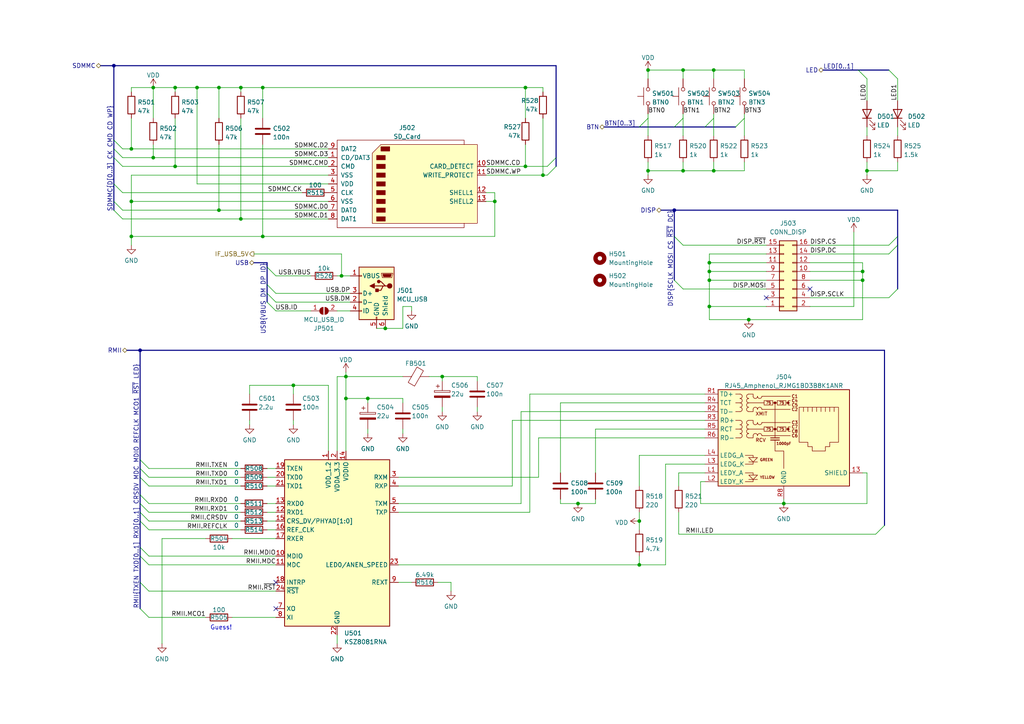
<source format=kicad_sch>
(kicad_sch (version 20211123) (generator eeschema)
  (paper "A4")
  (title_block (title "MARCO RAM Board") (rev "1") (comment 9 "MCU Interfaces"))
  (lib_symbols
    (symbol "Connector:RJ45_Amphenol_RJMG1BD3B8K1ANR"
      (property "Reference" "J" (at 19.05 15.24 0))
      (property "Value" "RJ45_Amphenol_RJMG1BD3B8K1ANR" (at -19.05 15.24 0))
      (symbol "RJ45_Amphenol_RJMG1BD3B8K1ANR_0_0"
        (text "1000pF" (at 0 -1.651 0) (effects (font (size 0.762 0.762))))
        (text "75" (at -4.445 2.54 0) (effects (font (size 0.762 0.762))))
        (text "75" (at -4.445 10.16 0) (effects (font (size 0.762 0.762))))
        (text "75" (at -0.635 2.54 0) (effects (font (size 0.762 0.762))))
        (text "75" (at -0.635 10.16 0) (effects (font (size 0.762 0.762))))
        (text "C1" (at 3.175 12.065 0) (effects (font (size 0.889 0.889))))
        (text "C2" (at 3.175 8.255 0) (effects (font (size 0.889 0.889))))
        (text "C3" (at 3.175 4.445 0) (effects (font (size 0.889 0.889))))
        (text "C4" (at 3.175 10.795 0) (effects (font (size 0.889 0.889))))
        (text "C5" (at 3.175 9.525 0) (effects (font (size 0.889 0.889))))
        (text "C6" (at 3.175 0.635 0) (effects (font (size 0.889 0.889))))
        (text "C7" (at 3.175 3.175 0) (effects (font (size 0.889 0.889))))
        (text "C8" (at 3.175 1.905 0) (effects (font (size 0.889 0.889))))
        (text "GREEN" (at -6.985 -6.35 0) (effects (font (size 0.762 0.762)) (justify left)))
        (text "RCV" (at -8.255 -0.635 0) (effects (font (size 1.016 1.016)) (justify left)))
        (text "XMIT" (at -8.255 6.985 0) (effects (font (size 1.016 1.016)) (justify left)))
        (text "YELLOW" (at -6.985 -11.43 0) (effects (font (size 0.762 0.762)) (justify left)))
      )
      (symbol "RJ45_Amphenol_RJMG1BD3B8K1ANR_1_1"
        (pin passive line (at 22.86 -10.16 180) (length 3.81) (name "SHIELD") (number "13"))
        (pin passive line (at -22.86 -10.16 0) (length 3.81) (name "LEDY_A") (number "L1"))
        (pin passive line (at -22.86 -12.7 0) (length 3.81) (name "LEDY_K") (number "L2"))
        (pin passive line (at -22.86 -7.62 0) (length 3.81) (name "LEDG_K") (number "L3"))
        (pin passive line (at -22.86 -5.08 0) (length 3.81) (name "LEDG_A") (number "L4"))
        (pin passive line (at -22.86 12.7 0) (length 3.81) (name "TD+") (number "R1"))
        (pin passive line (at -22.86 7.62 0) (length 3.81) (name "TD-") (number "R2"))
        (pin passive line (at -22.86 5.08 0) (length 3.81) (name "RD+") (number "R3"))
        (pin passive line (at -22.86 10.16 0) (length 3.81) (name "TCT") (number "R4"))
        (pin passive line (at -22.86 2.54 0) (length 3.81) (name "RCT") (number "R5"))
        (pin passive line (at -22.86 0 0) (length 3.81) (name "RD-") (number "R6"))
        (pin no_connect line (at 5.08 -5.08 0) (length 0) hide (name "NC") (number "R7"))
        (pin power_in line (at 0 -17.78 90) (length 3.81) (name "GND") (number "R8"))
      )
    )
    (symbol "Connector:SD_Card" (pin_names (offset 1.016))
      (property "Reference" "J" (at -16.51 13.97 0))
      (property "Value" "SD_Card" (at 15.24 -13.97 0))
      (symbol "SD_Card_1_1"
        (pin input line (at -22.86 7.62 0) (length 2.54) (name "CD/DAT3") (number "1"))
        (pin input line (at 22.86 5.08 180) (length 2.54) (name "CARD_DETECT") (number "10"))
        (pin input line (at 22.86 2.54 180) (length 2.54) (name "WRITE_PROTECT") (number "11"))
        (pin input line (at 22.86 -2.54 180) (length 2.54) (name "SHELL1") (number "12"))
        (pin input line (at 22.86 -5.08 180) (length 2.54) (name "SHELL2") (number "13"))
        (pin input line (at -22.86 5.08 0) (length 2.54) (name "CMD") (number "2"))
        (pin power_in line (at -22.86 2.54 0) (length 2.54) (name "VSS") (number "3"))
        (pin power_in line (at -22.86 0 0) (length 2.54) (name "VDD") (number "4"))
        (pin input line (at -22.86 -2.54 0) (length 2.54) (name "CLK") (number "5"))
        (pin power_in line (at -22.86 -5.08 0) (length 2.54) (name "VSS") (number "6"))
        (pin input line (at -22.86 -7.62 0) (length 2.54) (name "DAT0") (number "7"))
        (pin input line (at -22.86 -10.16 0) (length 2.54) (name "DAT1") (number "8"))
        (pin input line (at -22.86 10.16 0) (length 2.54) (name "DAT2") (number "9"))
      )
    )
    (symbol "Connector:USB_B_Micro" (pin_names (offset 1.016))
      (property "Reference" "J" (at -5.08 11.43 0))
      (property "Value" "USB_B_Micro" (at -5.08 8.89 0))
      (symbol "USB_B_Micro_1_1"
        (pin power_out line (at 7.62 5.08 180) (length 2.54) (name "VBUS") (number "1"))
        (pin bidirectional line (at 7.62 -2.54 180) (length 2.54) (name "D-") (number "2"))
        (pin bidirectional line (at 7.62 0 180) (length 2.54) (name "D+") (number "3"))
        (pin passive line (at 7.62 -5.08 180) (length 2.54) (name "ID") (number "4"))
        (pin power_out line (at 0 -10.16 90) (length 2.54) (name "GND") (number "5"))
        (pin passive line (at -2.54 -10.16 90) (length 2.54) (name "Shield") (number "6"))
      )
    )
    (symbol "Connector_Generic:Conn_02x08_Odd_Even" (pin_names (offset 1.016) hide)
      (property "Reference" "J" (at 1.27 10.16 0))
      (property "Value" "Conn_02x08_Odd_Even" (at 1.27 -12.7 0))
      (symbol "Conn_02x08_Odd_Even_1_1"
        (pin passive line (at -5.08 7.62 0) (length 3.81) (name "Pin_1") (number "1"))
        (pin passive line (at 7.62 -2.54 180) (length 3.81) (name "Pin_10") (number "10"))
        (pin passive line (at -5.08 -5.08 0) (length 3.81) (name "Pin_11") (number "11"))
        (pin passive line (at 7.62 -5.08 180) (length 3.81) (name "Pin_12") (number "12"))
        (pin passive line (at -5.08 -7.62 0) (length 3.81) (name "Pin_13") (number "13"))
        (pin passive line (at 7.62 -7.62 180) (length 3.81) (name "Pin_14") (number "14"))
        (pin passive line (at -5.08 -10.16 0) (length 3.81) (name "Pin_15") (number "15"))
        (pin passive line (at 7.62 -10.16 180) (length 3.81) (name "Pin_16") (number "16"))
        (pin passive line (at 7.62 7.62 180) (length 3.81) (name "Pin_2") (number "2"))
        (pin passive line (at -5.08 5.08 0) (length 3.81) (name "Pin_3") (number "3"))
        (pin passive line (at 7.62 5.08 180) (length 3.81) (name "Pin_4") (number "4"))
        (pin passive line (at -5.08 2.54 0) (length 3.81) (name "Pin_5") (number "5"))
        (pin passive line (at 7.62 2.54 180) (length 3.81) (name "Pin_6") (number "6"))
        (pin passive line (at -5.08 0 0) (length 3.81) (name "Pin_7") (number "7"))
        (pin passive line (at 7.62 0 180) (length 3.81) (name "Pin_8") (number "8"))
        (pin passive line (at -5.08 -2.54 0) (length 3.81) (name "Pin_9") (number "9"))
      )
    )
    (symbol "Device:C" (pin_numbers hide) (pin_names (offset 0.254))
      (property "Reference" "C" (at 0.635 2.54 0))
      (property "Value" "C" (at 0.635 -2.54 0))
      (symbol "C_1_1"
        (pin passive line (at 0 3.81 270) (length 2.794) (name "~") (number "1"))
        (pin passive line (at 0 -3.81 90) (length 2.794) (name "~") (number "2"))
      )
    )
    (symbol "Device:C_Polarized" (pin_numbers hide) (pin_names (offset 0.254))
      (property "Reference" "C" (at 0.635 2.54 0))
      (property "Value" "C_Polarized" (at 0.635 -2.54 0))
      (symbol "C_Polarized_1_1"
        (pin passive line (at 0 3.81 270) (length 2.794) (name "~") (number "1"))
        (pin passive line (at 0 -3.81 90) (length 2.794) (name "~") (number "2"))
      )
    )
    (symbol "Device:FerriteBead" (pin_numbers hide) (pin_names (offset 0))
      (property "Reference" "FB" (at -3.81 0.635 90))
      (property "Value" "FerriteBead" (at 3.81 0 90))
      (symbol "FerriteBead_1_1"
        (pin passive line (at 0 3.81 270) (length 2.54) (name "~") (number "1"))
        (pin passive line (at 0 -3.81 90) (length 2.54) (name "~") (number "2"))
      )
    )
    (symbol "Device:LED" (pin_numbers hide) (pin_names (offset 1.016) hide)
      (property "Reference" "D" (at 0 2.54 0))
      (property "Value" "LED" (at 0 -2.54 0))
      (symbol "LED_1_1"
        (pin passive line (at -3.81 0 0) (length 2.54) (name "K") (number "1"))
        (pin passive line (at 3.81 0 180) (length 2.54) (name "A") (number "2"))
      )
    )
    (symbol "Device:R" (pin_numbers hide) (pin_names (offset 0))
      (property "Reference" "R" (at 2.032 0 90))
      (property "Value" "R" (at 0 0 90))
      (symbol "R_1_1"
        (pin passive line (at 0 3.81 270) (length 1.27) (name "~") (number "1"))
        (pin passive line (at 0 -3.81 90) (length 1.27) (name "~") (number "2"))
      )
    )
    (symbol "Interface_Ethernet:KSZ8081RNA"
      (property "Reference" "U" (at -15.24 26.035 0))
      (property "Value" "KSZ8081RNA" (at 3.81 26.035 0))
      (symbol "KSZ8081RNA_1_1"
        (pin power_out line (at -2.54 27.94 270) (length 2.54) (name "VDD_1.2") (number "1"))
        (pin bidirectional line (at -17.78 -2.54 0) (length 2.54) (name "MDIO") (number "10"))
        (pin input line (at -17.78 -5.08 0) (length 2.54) (name "MDC") (number "11"))
        (pin output line (at -17.78 10.16 0) (length 2.54) (name "RXD1") (number "12"))
        (pin output line (at -17.78 12.7 0) (length 2.54) (name "RXD0") (number "13"))
        (pin power_in line (at 2.54 27.94 270) (length 2.54) (name "VDDIO") (number "14"))
        (pin output line (at -17.78 7.62 0) (length 2.54) (name "CRS_DV/PHYAD[1:0]") (number "15"))
        (pin output line (at -17.78 5.08 0) (length 2.54) (name "REF_CLK") (number "16"))
        (pin output line (at -17.78 2.54 0) (length 2.54) (name "RXER") (number "17"))
        (pin bidirectional line (at -17.78 -10.16 0) (length 2.54) (name "INTRP") (number "18"))
        (pin input line (at -17.78 22.86 0) (length 2.54) (name "TXEN") (number "19"))
        (pin power_in line (at 0 27.94 270) (length 2.54) (name "VDDA_3.3") (number "2"))
        (pin input line (at -17.78 20.32 0) (length 2.54) (name "TXD0") (number "20"))
        (pin bidirectional line (at -17.78 17.78 0) (length 2.54) (name "TXD1") (number "21"))
        (pin power_in line (at 0 -25.4 90) (length 2.54) (name "GND") (number "22"))
        (pin output line (at 17.78 -5.08 180) (length 2.54) (name "LED0/ANEN_SPEED") (number "23"))
        (pin input line (at -17.78 -12.7 0) (length 2.54) (name "~{RST}") (number "24"))
        (pin passive line (at 0 -25.4 90) (length 2.54) hide (name "GND") (number "25"))
        (pin bidirectional line (at 17.78 20.32 180) (length 2.54) (name "RXM") (number "3"))
        (pin bidirectional line (at 17.78 17.78 180) (length 2.54) (name "RXP") (number "4"))
        (pin bidirectional line (at 17.78 12.7 180) (length 2.54) (name "TXM") (number "5"))
        (pin bidirectional line (at 17.78 10.16 180) (length 2.54) (name "TXP") (number "6"))
        (pin output line (at -17.78 -17.78 0) (length 2.54) (name "XO") (number "7"))
        (pin input line (at -17.78 -20.32 0) (length 2.54) (name "XI") (number "8"))
        (pin passive line (at 17.78 -10.16 180) (length 2.54) (name "REXT") (number "9"))
      )
    )
    (symbol "Jumper:SolderJumper_2_Open" (pin_names (offset 0) hide)
      (property "Reference" "JP" (at 0 2.032 0))
      (property "Value" "SolderJumper_2_Open" (at 0 -2.54 0))
      (symbol "SolderJumper_2_Open_1_1"
        (pin passive line (at -3.81 0 0) (length 2.54) (name "A") (number "1"))
        (pin passive line (at 3.81 0 180) (length 2.54) (name "B") (number "2"))
      )
    )
    (symbol "Mechanical:MountingHole" (pin_names (offset 1.016))
      (property "Reference" "H" (at 0 5.08 0))
      (property "Value" "MountingHole" (at 0 3.175 0))
    )
    (symbol "Switch:SW_Push" (pin_numbers hide) (pin_names (offset 1.016) hide)
      (property "Reference" "SW" (at 1.27 2.54 0))
      (property "Value" "SW_Push" (at 0 -1.524 0))
      (symbol "SW_Push_0_1"
        (pin passive line (at -5.08 0 0) (length 2.54) (name "1") (number "1"))
        (pin passive line (at 5.08 0 180) (length 2.54) (name "2") (number "2"))
      )
    )
    (symbol "power:GND" (power) (pin_names (offset 0))
      (property "Value" "GND" (at 0 -3.81 0))
      (symbol "GND_1_1"
        (pin power_in line (at 0 0 270) (length 0) hide (name "GND") (number "1"))
      )
    )
    (symbol "power:VDD" (power) (pin_names (offset 0))
      (property "Value" "VDD" (at 0 3.81 0))
      (symbol "VDD_1_1"
        (pin power_in line (at 0 0 90) (length 0) hide (name "VDD") (number "1"))
      )
    )
  )
  (junction (at 167.64 146.05))
  (junction (at 44.45 25.4))
  (junction (at 63.5 60.96))
  (junction (at 63.5 25.4))
  (junction (at 143.51 58.42))
  (junction (at 69.85 25.4))
  (junction (at 205.74 81.28))
  (junction (at 205.74 78.74))
  (junction (at 57.15 25.4))
  (junction (at 50.8 25.4))
  (junction (at 198.12 20.32))
  (junction (at 38.1 43.18))
  (junction (at 50.8 48.26))
  (junction (at 152.4 48.26))
  (junction (at 106.68 115.57))
  (junction (at 187.96 49.53))
  (junction (at 205.74 76.2))
  (junction (at 227.33 146.05))
  (junction (at 250.19 78.74))
  (junction (at 38.1 68.58))
  (junction (at 217.17 92.71))
  (junction (at 205.74 88.9))
  (junction (at 100.33 109.22))
  (junction (at 207.01 20.32))
  (junction (at 207.01 49.53))
  (junction (at 128.27 109.22))
  (junction (at 69.85 63.5))
  (junction (at 33.02 19.05))
  (junction (at 76.2 25.4))
  (junction (at 76.2 68.58))
  (junction (at 40.64 101.6))
  (junction (at 185.42 163.83))
  (junction (at 111.76 95.25))
  (junction (at 44.45 45.72))
  (junction (at 195.58 60.96))
  (junction (at 187.96 20.32))
  (junction (at 157.48 50.8))
  (junction (at 85.09 111.76))
  (junction (at 152.4 25.4))
  (junction (at 198.12 49.53))
  (junction (at 99.06 80.01))
  (junction (at 100.33 115.57))
  (junction (at 251.46 49.53))
  (junction (at 38.1 58.42))
  (junction (at 185.42 151.13))
  (junction (at 250.19 81.28))
  (no_connect (at 234.95 83.82))
  (no_connect (at 80.01 168.91))
  (no_connect (at 222.25 86.36))
  (no_connect (at 80.01 176.53))
  (bus_entry (at 254 154.94) (size 2.54 -2.54))
  (bus_entry (at 248.92 20.32) (size 2.54 2.54))
  (bus_entry (at 40.64 158.75) (size 2.54 2.54))
  (bus_entry (at 40.64 148.59) (size 2.54 2.54))
  (bus_entry (at 40.64 143.51) (size 2.54 2.54))
  (bus_entry (at 40.64 151.13) (size 2.54 2.54))
  (bus_entry (at 185.42 36.83) (size 2.54 -2.54))
  (bus_entry (at 195.58 36.83) (size 2.54 -2.54))
  (bus_entry (at 33.02 40.64) (size 2.54 2.54))
  (bus_entry (at 77.47 87.63) (size 2.54 2.54))
  (bus_entry (at 33.02 53.34) (size 2.54 2.54))
  (bus_entry (at 260.35 68.58) (size -2.54 2.54))
  (bus_entry (at 33.02 43.18) (size 2.54 2.54))
  (bus_entry (at 257.81 20.32) (size 2.54 2.54))
  (bus_entry (at 40.64 133.35) (size 2.54 2.54))
  (bus_entry (at 40.64 168.91) (size 2.54 2.54))
  (bus_entry (at 195.58 81.28) (size 2.54 2.54))
  (bus_entry (at 40.64 135.89) (size 2.54 2.54))
  (bus_entry (at 161.29 45.72) (size -2.54 2.54))
  (bus_entry (at 213.36 36.83) (size 2.54 -2.54))
  (bus_entry (at 40.64 161.29) (size 2.54 2.54))
  (bus_entry (at 77.47 82.55) (size 2.54 2.54))
  (bus_entry (at 40.64 146.05) (size 2.54 2.54))
  (bus_entry (at 77.47 77.47) (size 2.54 2.54))
  (bus_entry (at 33.02 58.42) (size 2.54 2.54))
  (bus_entry (at 195.58 68.58) (size 2.54 2.54))
  (bus_entry (at 40.64 138.43) (size 2.54 2.54))
  (bus_entry (at 40.64 176.53) (size 2.54 2.54))
  (bus_entry (at 204.47 36.83) (size 2.54 -2.54))
  (bus_entry (at 33.02 60.96) (size 2.54 2.54))
  (bus_entry (at 77.47 85.09) (size 2.54 2.54))
  (bus_entry (at 33.02 45.72) (size 2.54 2.54))
  (bus_entry (at 260.35 71.12) (size -2.54 2.54))
  (bus_entry (at 161.29 48.26) (size -2.54 2.54))
  (bus_entry (at 260.35 83.82) (size -2.54 2.54))
  (wire (pts (xy 77.47 135.89) (xy 80.01 135.89)))
  (wire (pts (xy 140.97 58.42) (xy 143.51 58.42)))
  (bus (pts (xy 238.76 20.32) (xy 248.92 20.32)))
  (wire (pts (xy 148.59 121.92) (xy 204.47 121.92)))
  (bus (pts (xy 33.02 19.05) (xy 161.29 19.05)))
  (bus (pts (xy 40.64 161.29) (xy 40.64 168.91)))
  (wire (pts (xy 43.18 135.89) (xy 69.85 135.89)))
  (wire (pts (xy 234.95 73.66) (xy 257.81 73.66)))
  (wire (pts (xy 57.15 53.34) (xy 57.15 25.4)))
  (wire (pts (xy 97.79 109.22) (xy 100.33 109.22)))
  (wire (pts (xy 172.72 124.46) (xy 172.72 137.16)))
  (wire (pts (xy 205.74 76.2) (xy 205.74 78.74)))
  (wire (pts (xy 43.18 179.07) (xy 59.69 179.07)))
  (wire (pts (xy 140.97 50.8) (xy 157.48 50.8)))
  (wire (pts (xy 205.74 88.9) (xy 205.74 92.71)))
  (bus (pts (xy 40.64 168.91) (xy 40.64 176.53)))
  (wire (pts (xy 38.1 58.42) (xy 38.1 68.58)))
  (wire (pts (xy 162.56 146.05) (xy 167.64 146.05)))
  (wire (pts (xy 85.09 111.76) (xy 72.39 111.76)))
  (wire (pts (xy 185.42 151.13) (xy 185.42 153.67)))
  (wire (pts (xy 77.47 138.43) (xy 80.01 138.43)))
  (wire (pts (xy 85.09 121.92) (xy 85.09 123.19)))
  (wire (pts (xy 198.12 46.99) (xy 198.12 49.53)))
  (wire (pts (xy 207.01 46.99) (xy 207.01 49.53)))
  (wire (pts (xy 85.09 111.76) (xy 95.25 111.76)))
  (wire (pts (xy 67.31 179.07) (xy 80.01 179.07)))
  (bus (pts (xy 40.64 143.51) (xy 40.64 146.05)))
  (wire (pts (xy 124.46 109.22) (xy 128.27 109.22)))
  (wire (pts (xy 35.56 63.5) (xy 69.85 63.5)))
  (wire (pts (xy 72.39 121.92) (xy 72.39 123.19)))
  (wire (pts (xy 116.84 95.25) (xy 116.84 88.9)))
  (wire (pts (xy 127 168.91) (xy 130.81 168.91)))
  (wire (pts (xy 251.46 46.99) (xy 251.46 49.53)))
  (wire (pts (xy 50.8 25.4) (xy 50.8 26.67)))
  (wire (pts (xy 251.46 36.83) (xy 251.46 39.37)))
  (wire (pts (xy 185.42 140.97) (xy 185.42 132.08)))
  (wire (pts (xy 69.85 25.4) (xy 76.2 25.4)))
  (wire (pts (xy 157.48 26.67) (xy 157.48 25.4)))
  (wire (pts (xy 72.39 111.76) (xy 72.39 114.3)))
  (bus (pts (xy 33.02 40.64) (xy 33.02 43.18)))
  (wire (pts (xy 38.1 34.29) (xy 38.1 43.18)))
  (bus (pts (xy 40.64 133.35) (xy 40.64 135.89)))
  (wire (pts (xy 140.97 48.26) (xy 152.4 48.26)))
  (wire (pts (xy 203.2 146.05) (xy 227.33 146.05)))
  (wire (pts (xy 44.45 25.4) (xy 44.45 34.29)))
  (bus (pts (xy 260.35 68.58) (xy 260.35 71.12)))
  (wire (pts (xy 251.46 50.8) (xy 251.46 49.53)))
  (wire (pts (xy 97.79 90.17) (xy 101.6 90.17)))
  (wire (pts (xy 250.19 78.74) (xy 250.19 81.28)))
  (wire (pts (xy 227.33 144.78) (xy 227.33 146.05)))
  (wire (pts (xy 196.85 154.94) (xy 196.85 148.59)))
  (wire (pts (xy 69.85 63.5) (xy 95.25 63.5)))
  (wire (pts (xy 38.1 50.8) (xy 38.1 58.42)))
  (wire (pts (xy 162.56 144.78) (xy 162.56 146.05)))
  (wire (pts (xy 157.48 50.8) (xy 158.75 50.8)))
  (wire (pts (xy 116.84 115.57) (xy 116.84 116.84)))
  (wire (pts (xy 204.47 124.46) (xy 172.72 124.46)))
  (wire (pts (xy 50.8 48.26) (xy 95.25 48.26)))
  (wire (pts (xy 196.85 154.94) (xy 254 154.94)))
  (wire (pts (xy 187.96 49.53) (xy 187.96 50.8)))
  (wire (pts (xy 99.06 73.66) (xy 99.06 80.01)))
  (wire (pts (xy 196.85 140.97) (xy 196.85 137.16)))
  (wire (pts (xy 260.35 46.99) (xy 260.35 49.53)))
  (wire (pts (xy 143.51 55.88) (xy 143.51 58.42)))
  (bus (pts (xy 33.02 43.18) (xy 33.02 45.72)))
  (wire (pts (xy 198.12 20.32) (xy 207.01 20.32)))
  (wire (pts (xy 80.01 85.09) (xy 101.6 85.09)))
  (wire (pts (xy 204.47 139.7) (xy 203.2 139.7)))
  (bus (pts (xy 175.26 36.83) (xy 185.42 36.83)))
  (wire (pts (xy 44.45 25.4) (xy 50.8 25.4)))
  (wire (pts (xy 35.56 48.26) (xy 50.8 48.26)))
  (wire (pts (xy 222.25 73.66) (xy 205.74 73.66)))
  (wire (pts (xy 151.13 146.05) (xy 151.13 119.38)))
  (wire (pts (xy 247.65 88.9) (xy 234.95 88.9)))
  (wire (pts (xy 185.42 163.83) (xy 193.04 163.83)))
  (wire (pts (xy 152.4 25.4) (xy 157.48 25.4)))
  (wire (pts (xy 128.27 119.38) (xy 128.27 118.11)))
  (wire (pts (xy 100.33 115.57) (xy 106.68 115.57)))
  (wire (pts (xy 63.5 41.91) (xy 63.5 60.96)))
  (wire (pts (xy 95.25 53.34) (xy 57.15 53.34)))
  (wire (pts (xy 35.56 43.18) (xy 38.1 43.18)))
  (wire (pts (xy 76.2 41.91) (xy 76.2 68.58)))
  (wire (pts (xy 111.76 95.25) (xy 116.84 95.25)))
  (wire (pts (xy 207.01 33.02) (xy 207.01 34.29)))
  (bus (pts (xy 256.54 101.6) (xy 256.54 152.4)))
  (wire (pts (xy 77.47 153.67) (xy 80.01 153.67)))
  (wire (pts (xy 205.74 73.66) (xy 205.74 76.2)))
  (wire (pts (xy 43.18 153.67) (xy 69.85 153.67)))
  (wire (pts (xy 35.56 60.96) (xy 63.5 60.96)))
  (bus (pts (xy 33.02 58.42) (xy 33.02 60.96)))
  (wire (pts (xy 69.85 26.67) (xy 69.85 25.4)))
  (wire (pts (xy 44.45 45.72) (xy 95.25 45.72)))
  (bus (pts (xy 195.58 68.58) (xy 195.58 81.28)))
  (wire (pts (xy 156.21 127) (xy 204.47 127)))
  (wire (pts (xy 69.85 34.29) (xy 69.85 63.5)))
  (wire (pts (xy 77.47 146.05) (xy 80.01 146.05)))
  (wire (pts (xy 205.74 92.71) (xy 217.17 92.71)))
  (wire (pts (xy 115.57 168.91) (xy 119.38 168.91)))
  (wire (pts (xy 115.57 163.83) (xy 185.42 163.83)))
  (wire (pts (xy 198.12 33.02) (xy 198.12 34.29)))
  (wire (pts (xy 250.19 81.28) (xy 250.19 92.71)))
  (wire (pts (xy 106.68 115.57) (xy 106.68 116.84)))
  (wire (pts (xy 260.35 22.86) (xy 260.35 29.21)))
  (wire (pts (xy 77.47 151.13) (xy 80.01 151.13)))
  (wire (pts (xy 215.9 34.29) (xy 215.9 39.37)))
  (wire (pts (xy 77.47 140.97) (xy 80.01 140.97)))
  (bus (pts (xy 260.35 71.12) (xy 260.35 83.82)))
  (wire (pts (xy 215.9 46.99) (xy 215.9 49.53)))
  (wire (pts (xy 76.2 68.58) (xy 143.51 68.58)))
  (wire (pts (xy 116.84 88.9) (xy 119.38 88.9)))
  (wire (pts (xy 69.85 25.4) (xy 63.5 25.4)))
  (wire (pts (xy 44.45 41.91) (xy 44.45 45.72)))
  (wire (pts (xy 100.33 115.57) (xy 100.33 109.22)))
  (wire (pts (xy 35.56 45.72) (xy 44.45 45.72)))
  (wire (pts (xy 251.46 22.86) (xy 251.46 29.21)))
  (wire (pts (xy 153.67 148.59) (xy 153.67 114.3)))
  (wire (pts (xy 250.19 76.2) (xy 250.19 78.74)))
  (wire (pts (xy 97.79 80.01) (xy 99.06 80.01)))
  (wire (pts (xy 247.65 67.31) (xy 247.65 88.9)))
  (wire (pts (xy 95.25 50.8) (xy 38.1 50.8)))
  (wire (pts (xy 207.01 20.32) (xy 215.9 20.32)))
  (bus (pts (xy 40.64 146.05) (xy 40.64 148.59)))
  (wire (pts (xy 234.95 81.28) (xy 250.19 81.28)))
  (wire (pts (xy 57.15 25.4) (xy 63.5 25.4)))
  (wire (pts (xy 185.42 161.29) (xy 185.42 163.83)))
  (wire (pts (xy 198.12 20.32) (xy 198.12 22.86)))
  (wire (pts (xy 162.56 116.84) (xy 204.47 116.84)))
  (wire (pts (xy 63.5 60.96) (xy 95.25 60.96)))
  (wire (pts (xy 115.57 140.97) (xy 148.59 140.97)))
  (wire (pts (xy 234.95 78.74) (xy 250.19 78.74)))
  (bus (pts (xy 161.29 45.72) (xy 161.29 48.26)))
  (wire (pts (xy 227.33 146.05) (xy 251.46 146.05)))
  (wire (pts (xy 260.35 36.83) (xy 260.35 39.37)))
  (wire (pts (xy 222.25 81.28) (xy 205.74 81.28)))
  (wire (pts (xy 187.96 20.32) (xy 198.12 20.32)))
  (wire (pts (xy 143.51 58.42) (xy 143.51 68.58)))
  (wire (pts (xy 73.66 73.66) (xy 99.06 73.66)))
  (wire (pts (xy 167.64 146.05) (xy 172.72 146.05)))
  (bus (pts (xy 40.64 158.75) (xy 40.64 161.29)))
  (wire (pts (xy 196.85 137.16) (xy 204.47 137.16)))
  (bus (pts (xy 33.02 19.05) (xy 29.21 19.05)))
  (bus (pts (xy 260.35 60.96) (xy 260.35 68.58)))
  (wire (pts (xy 193.04 134.62) (xy 193.04 163.83)))
  (bus (pts (xy 33.02 53.34) (xy 33.02 58.42)))
  (wire (pts (xy 76.2 25.4) (xy 76.2 34.29)))
  (wire (pts (xy 234.95 71.12) (xy 257.81 71.12)))
  (bus (pts (xy 40.64 101.6) (xy 256.54 101.6)))
  (wire (pts (xy 106.68 115.57) (xy 116.84 115.57)))
  (wire (pts (xy 38.1 58.42) (xy 95.25 58.42)))
  (bus (pts (xy 195.58 60.96) (xy 260.35 60.96)))
  (wire (pts (xy 152.4 41.91) (xy 152.4 48.26)))
  (wire (pts (xy 43.18 163.83) (xy 80.01 163.83)))
  (wire (pts (xy 109.22 95.25) (xy 111.76 95.25)))
  (wire (pts (xy 100.33 109.22) (xy 116.84 109.22)))
  (wire (pts (xy 234.95 76.2) (xy 250.19 76.2)))
  (bus (pts (xy 40.64 101.6) (xy 40.64 133.35)))
  (wire (pts (xy 198.12 83.82) (xy 222.25 83.82)))
  (wire (pts (xy 138.43 109.22) (xy 138.43 110.49)))
  (wire (pts (xy 95.25 111.76) (xy 95.25 130.81)))
  (wire (pts (xy 43.18 151.13) (xy 69.85 151.13)))
  (wire (pts (xy 185.42 132.08) (xy 204.47 132.08)))
  (bus (pts (xy 40.64 138.43) (xy 40.64 143.51)))
  (bus (pts (xy 77.47 85.09) (xy 77.47 87.63)))
  (wire (pts (xy 97.79 130.81) (xy 97.79 109.22)))
  (wire (pts (xy 50.8 34.29) (xy 50.8 48.26)))
  (wire (pts (xy 140.97 55.88) (xy 143.51 55.88)))
  (wire (pts (xy 260.35 49.53) (xy 251.46 49.53)))
  (wire (pts (xy 162.56 137.16) (xy 162.56 116.84)))
  (wire (pts (xy 193.04 134.62) (xy 204.47 134.62)))
  (bus (pts (xy 40.64 148.59) (xy 40.64 151.13)))
  (wire (pts (xy 153.67 114.3) (xy 204.47 114.3)))
  (wire (pts (xy 222.25 76.2) (xy 205.74 76.2)))
  (wire (pts (xy 207.01 34.29) (xy 207.01 39.37)))
  (wire (pts (xy 46.99 186.69) (xy 46.99 156.21)))
  (wire (pts (xy 128.27 109.22) (xy 128.27 110.49)))
  (wire (pts (xy 38.1 68.58) (xy 38.1 71.12)))
  (wire (pts (xy 85.09 114.3) (xy 85.09 111.76)))
  (wire (pts (xy 203.2 139.7) (xy 203.2 146.05)))
  (wire (pts (xy 80.01 80.01) (xy 90.17 80.01)))
  (wire (pts (xy 198.12 71.12) (xy 222.25 71.12)))
  (wire (pts (xy 116.84 125.73) (xy 116.84 124.46)))
  (bus (pts (xy 185.42 36.83) (xy 195.58 36.83)))
  (wire (pts (xy 97.79 184.15) (xy 97.79 186.69)))
  (wire (pts (xy 205.74 78.74) (xy 205.74 81.28)))
  (wire (pts (xy 152.4 25.4) (xy 152.4 34.29)))
  (wire (pts (xy 100.33 107.95) (xy 100.33 109.22)))
  (wire (pts (xy 251.46 137.16) (xy 251.46 146.05)))
  (wire (pts (xy 43.18 148.59) (xy 69.85 148.59)))
  (wire (pts (xy 38.1 25.4) (xy 38.1 26.67)))
  (bus (pts (xy 36.83 101.6) (xy 40.64 101.6)))
  (wire (pts (xy 115.57 138.43) (xy 156.21 138.43)))
  (wire (pts (xy 138.43 119.38) (xy 138.43 118.11)))
  (bus (pts (xy 77.47 82.55) (xy 77.47 85.09)))
  (bus (pts (xy 191.77 60.96) (xy 195.58 60.96)))
  (bus (pts (xy 77.47 77.47) (xy 77.47 82.55)))
  (wire (pts (xy 43.18 161.29) (xy 80.01 161.29)))
  (bus (pts (xy 73.66 76.2) (xy 77.47 76.2)))
  (wire (pts (xy 43.18 138.43) (xy 69.85 138.43)))
  (wire (pts (xy 185.42 148.59) (xy 185.42 151.13)))
  (wire (pts (xy 38.1 25.4) (xy 44.45 25.4)))
  (wire (pts (xy 215.9 20.32) (xy 215.9 22.86)))
  (bus (pts (xy 195.58 36.83) (xy 204.47 36.83)))
  (wire (pts (xy 222.25 78.74) (xy 205.74 78.74)))
  (wire (pts (xy 50.8 25.4) (xy 57.15 25.4)))
  (bus (pts (xy 33.02 45.72) (xy 33.02 53.34)))
  (wire (pts (xy 172.72 144.78) (xy 172.72 146.05)))
  (wire (pts (xy 38.1 68.58) (xy 76.2 68.58)))
  (bus (pts (xy 77.47 76.2) (xy 77.47 77.47)))
  (bus (pts (xy 248.92 20.32) (xy 257.81 20.32)))
  (wire (pts (xy 35.56 55.88) (xy 87.63 55.88)))
  (wire (pts (xy 205.74 81.28) (xy 205.74 88.9)))
  (wire (pts (xy 38.1 43.18) (xy 95.25 43.18)))
  (bus (pts (xy 40.64 135.89) (xy 40.64 138.43)))
  (wire (pts (xy 187.96 49.53) (xy 198.12 49.53)))
  (wire (pts (xy 99.06 80.01) (xy 101.6 80.01)))
  (wire (pts (xy 100.33 115.57) (xy 100.33 130.81)))
  (wire (pts (xy 222.25 88.9) (xy 205.74 88.9)))
  (wire (pts (xy 43.18 146.05) (xy 69.85 146.05)))
  (wire (pts (xy 115.57 146.05) (xy 151.13 146.05)))
  (wire (pts (xy 119.38 88.9) (xy 119.38 90.17)))
  (bus (pts (xy 195.58 60.96) (xy 195.58 68.58)))
  (wire (pts (xy 76.2 25.4) (xy 152.4 25.4)))
  (wire (pts (xy 207.01 20.32) (xy 207.01 22.86)))
  (bus (pts (xy 40.64 151.13) (xy 40.64 158.75)))
  (wire (pts (xy 106.68 125.73) (xy 106.68 124.46)))
  (wire (pts (xy 250.19 137.16) (xy 251.46 137.16)))
  (wire (pts (xy 148.59 140.97) (xy 148.59 121.92)))
  (wire (pts (xy 187.96 20.32) (xy 187.96 22.86)))
  (wire (pts (xy 151.13 119.38) (xy 204.47 119.38)))
  (wire (pts (xy 63.5 34.29) (xy 63.5 25.4)))
  (wire (pts (xy 198.12 49.53) (xy 207.01 49.53)))
  (wire (pts (xy 115.57 148.59) (xy 153.67 148.59)))
  (wire (pts (xy 80.01 90.17) (xy 90.17 90.17)))
  (wire (pts (xy 77.47 148.59) (xy 80.01 148.59)))
  (wire (pts (xy 80.01 87.63) (xy 101.6 87.63)))
  (wire (pts (xy 152.4 48.26) (xy 158.75 48.26)))
  (wire (pts (xy 156.21 138.43) (xy 156.21 127)))
  (wire (pts (xy 130.81 168.91) (xy 130.81 171.45)))
  (wire (pts (xy 187.96 34.29) (xy 187.96 39.37)))
  (bus (pts (xy 204.47 36.83) (xy 213.36 36.83)))
  (wire (pts (xy 198.12 34.29) (xy 198.12 39.37)))
  (wire (pts (xy 187.96 46.99) (xy 187.96 49.53)))
  (wire (pts (xy 207.01 49.53) (xy 215.9 49.53)))
  (wire (pts (xy 46.99 156.21) (xy 59.69 156.21)))
  (bus (pts (xy 161.29 19.05) (xy 161.29 45.72)))
  (wire (pts (xy 187.96 33.02) (xy 187.96 34.29)))
  (wire (pts (xy 43.18 140.97) (xy 69.85 140.97)))
  (bus (pts (xy 33.02 19.05) (xy 33.02 40.64)))
  (wire (pts (xy 128.27 109.22) (xy 138.43 109.22)))
  (wire (pts (xy 215.9 34.29) (xy 215.9 33.02)))
  (wire (pts (xy 157.48 34.29) (xy 157.48 50.8)))
  (wire (pts (xy 43.18 171.45) (xy 80.01 171.45)))
  (wire (pts (xy 67.31 156.21) (xy 80.01 156.21)))
  (wire (pts (xy 234.95 86.36) (xy 257.81 86.36)))
  (wire (pts (xy 217.17 92.71) (xy 250.19 92.71)))
  (text "Guess!" (at 60.96 182.88 0) (effects (font (size 1.27 1.27)) (justify left bottom)))
  (label "RMII.RXD0" (at 66.04 146.05 180))
  (label "USB.DM" (at 101.6 87.63 180))
  (label "RMII.REFCLK" (at 66.04 153.67 180))
  (label "USB.ID" (at 86.36 90.17 180))
  (label "USB{VBUS DM DP ID}" (at 77.47 76.2 270))
  (label "DISP.SCLK" (at 234.95 86.36 0))
  (label "RMII.TXEN" (at 66.04 135.89 180))
  (label "BTN2" (at 207.01 33.02 0))
  (label "RMII.MDC" (at 80.01 163.83 180))
  (label "DISP.~{RST}" (at 222.25 71.12 180))
  (label "RMII.MCO1" (at 59.69 179.07 180))
  (label "SDMMC.D3" (at 95.25 45.72 180))
  (label "RMII.LED" (at 207.01 154.94 180))
  (label "SDMMC.WP" (at 140.97 50.8 0))
  (label "RMII.RXD1" (at 66.04 148.59 180))
  (label "SDMMC.CMD" (at 95.25 48.26 180))
  (label "USB.DP" (at 101.6 85.09 180))
  (label "SDMMC.D1" (at 95.25 63.5 180))
  (label "BTN1" (at 198.12 33.02 0))
  (label "SDMMC.CK" (at 87.63 55.88 180))
  (label "RMII.CRSDV" (at 66.04 151.13 180))
  (label "RMII.~{RST}" (at 80.01 171.45 180))
  (label "DISP.MOSI" (at 222.25 83.82 180))
  (label "RMII{TXEN TXD[0..1] RXD[0..1] CRSDV MDC MDIO REFCLK MCO1 ~{RST} LED}" (at 40.64 105.41 270))
  (label "BTN3" (at 215.9 33.02 0))
  (label "DISP{SCLK MOSI CS ~{RST} DC}" (at 195.58 60.96 270))
  (label "SDMMC.D2" (at 95.25 43.18 180))
  (label "USB.VBUS" (at 90.17 80.01 180))
  (label "DISP.DC" (at 234.95 73.66 0))
  (label "BTN[0..3]" (at 175.26 36.83 0))
  (label "SDMMC.D0" (at 95.25 60.96 180))
  (label "RMII.TXD0" (at 66.04 138.43 180))
  (label "LED[0..1]" (at 238.76 20.32 0))
  (label "SDMMC{D[0..3] CK CMD CD WP}" (at 33.02 30.48 270))
  (label "RMII.MDIO" (at 80.01 161.29 180))
  (label "RMII.TXD1" (at 66.04 140.97 180))
  (label "BTN0" (at 187.96 33.02 0))
  (label "DISP.CS" (at 234.95 71.12 0))
  (label "LED1" (at 260.35 29.21 90))
  (label "SDMMC.CD" (at 140.97 48.26 0))
  (label "LED0" (at 251.46 29.21 90))
  (hierarchical_label "IF_USB_5V" (shape output) (at 73.66 73.66 180))
  (hierarchical_label "RMII" (shape bidirectional) (at 36.83 101.6 180))
  (hierarchical_label "USB" (shape bidirectional) (at 73.66 76.2 180))
  (hierarchical_label "BTN" (shape bidirectional) (at 175.26 36.83 180))
  (hierarchical_label "SDMMC" (shape bidirectional) (at 29.21 19.05 180))
  (hierarchical_label "DISP" (shape bidirectional) (at 191.77 60.96 180))
  (hierarchical_label "LED" (shape bidirectional) (at 238.76 20.32 180))
  (symbol (lib_id "Device:C") (at 76.2 38.1 0) (unit 1)
    (property "Reference" "C502" (at 79.121 37.2653 0) (effects (justify left)))
    (property "Value" "100n" (at 79.121 39.8022 0) (effects (justify left)))
    (property "Footprint" "Capacitor_SMD:C_0603_1608Metric_Pad1.08x0.95mm_HandSolder" (effects hide))
  )
  (symbol (lib_id "Device:R") (at 73.66 135.89 90) (unit 1)
    (property "Reference" "R508" (at 73.66 135.89 90))
    (property "Value" "0" (at 68.58 134.62 90))
    (property "Footprint" "Resistor_SMD:R_0603_1608Metric_Pad0.98x0.95mm_HandSolder" (effects hide))
  )
  (symbol (lib_id "power:VDD") (at 100.33 107.95 0) (unit 1)
    (property "Reference" "#PWR0507" (effects hide))
    (property "Value" "VDD" (at 100.33 104.3742 0))
  )
  (symbol (lib_id "Device:R") (at 260.35 43.18 0) (unit 1)
    (property "Reference" "R525" (at 262.128 42.3453 0) (effects (justify left)))
    (property "Value" "1.5k" (at 262.128 44.8822 0) (effects (justify left)))
    (property "Footprint" "Resistor_SMD:R_0603_1608Metric_Pad0.98x0.95mm_HandSolder" (effects hide))
  )
  (symbol (lib_id "Switch:SW_Push") (at 207.01 27.94 90) (unit 1)
    (property "Reference" "SW503" (at 208.153 27.1053 90) (effects (justify right)))
    (property "Value" "BTN2" (at 208.153 29.6422 90) (effects (justify right)))
    (property "Footprint" "marco-ram-board:DTSMW69N" (effects hide))
  )
  (symbol (lib_id "power:VDD") (at 247.65 67.31 0) (unit 1)
    (property "Reference" "#PWR0519" (effects hide))
    (property "Value" "VDD" (at 247.65 63.7342 0))
  )
  (symbol (lib_id "Device:R") (at 73.66 153.67 90) (unit 1)
    (property "Reference" "R514" (at 73.66 153.67 90))
    (property "Value" "0" (at 68.58 152.4 90))
    (property "Footprint" "Resistor_SMD:R_0603_1608Metric_Pad0.98x0.95mm_HandSolder" (effects hide))
  )
  (symbol (lib_id "Device:C") (at 162.56 140.97 0) (unit 1)
    (property "Reference" "C508" (at 165.481 140.1353 0) (effects (justify left)))
    (property "Value" "100n" (at 165.481 142.6722 0) (effects (justify left)))
    (property "Footprint" "Capacitor_SMD:C_0603_1608Metric_Pad1.08x0.95mm_HandSolder" (effects hide))
  )
  (symbol (lib_id "Jumper:SolderJumper_2_Open") (at 93.98 90.17 0) (unit 1)
    (property "Reference" "JP501" (at 93.98 95.25 0))
    (property "Value" "MCU_USB_ID" (at 93.98 92.71 0))
    (property "Footprint" "Jumper:SolderJumper-2_P1.3mm_Open_RoundedPad1.0x1.5mm" (effects hide))
  )
  (symbol (lib_id "Device:LED") (at 251.46 33.02 90) (unit 1)
    (property "Reference" "D501" (at 254.381 33.7728 90) (effects (justify right)))
    (property "Value" "LED" (at 254.381 36.3097 90) (effects (justify right)))
    (property "Footprint" "LED_SMD:LED_PLCC-2_3.4x3.0mm_KA" (effects hide))
  )
  (symbol (lib_id "Device:C_Polarized") (at 128.27 114.3 0) (unit 1)
    (property "Reference" "C506" (at 130.81 111.76 0) (effects (justify left)))
    (property "Value" "22u" (at 130.81 114.2969 0) (effects (justify left)))
    (property "Footprint" "Capacitor_Tantalum_SMD:CP_EIA-3216-18_Kemet-A_Pad1.58x1.35mm_HandSolder" (effects hide))
    (property "Part" "74-293D226X96R3A2TE3" (effects hide))
  )
  (symbol (lib_id "Device:C") (at 85.09 118.11 0) (unit 1)
    (property "Reference" "C503" (at 87.63 115.57 0) (effects (justify left)))
    (property "Value" "100n" (at 87.63 118.11 0) (effects (justify left)))
    (property "Footprint" "Capacitor_SMD:C_0603_1608Metric_Pad1.08x0.95mm_HandSolder" (effects hide))
  )
  (symbol (lib_id "power:GND") (at 217.17 92.71 0) (unit 1)
    (property "Reference" "#PWR0518" (effects hide))
    (property "Value" "GND" (at 217.17 97.1534 0))
  )
  (symbol (lib_id "Device:R") (at 93.98 80.01 90) (unit 1)
    (property "Reference" "R526" (at 93.98 80.01 90))
    (property "Value" "10k" (at 93.98 77.8311 90))
    (property "Footprint" "Resistor_SMD:R_0603_1608Metric_Pad0.98x0.95mm_HandSolder" (effects hide))
  )
  (symbol (lib_id "Switch:SW_Push") (at 215.9 27.94 90) (unit 1)
    (property "Reference" "SW504" (at 217.043 27.1053 90) (effects (justify right)))
    (property "Value" "BTN3" (at 217.043 29.6422 90) (effects (justify right)))
    (property "Footprint" "marco-ram-board:DTSMW69N" (effects hide))
  )
  (symbol (lib_id "Connector:SD_Card") (at 118.11 53.34 0) (unit 1)
    (property "Reference" "J502" (at 118.11 37.0672 0))
    (property "Value" "SD_Card" (at 118.11 39.6041 0))
    (property "Footprint" "marco-ram-board:SD_Hirose_DM1AA_SF_PEJ82" (effects hide))
    (property "Datasheet" "http://portal.fciconnect.com/Comergent//fci/drawing/10067847.pdf" (effects hide))
  )
  (symbol (lib_id "power:GND") (at 227.33 146.05 0) (unit 1)
    (property "Reference" "#PWR0520" (effects hide))
    (property "Value" "GND" (at 227.33 150.4934 0))
  )
  (symbol (lib_id "power:GND") (at 187.96 50.8 0) (unit 1)
    (property "Reference" "#PWR0516" (effects hide))
    (property "Value" "GND" (at 187.96 55.2434 0))
  )
  (symbol (lib_id "Connector:RJ45_Amphenol_RJMG1BD3B8K1ANR") (at 227.33 127 0) (unit 1)
    (property "Reference" "J504" (at 227.33 109.3302 0))
    (property "Value" "RJ45_Amphenol_RJMG1BD3B8K1ANR" (at 227.33 111.8671 0))
    (property "Footprint" "Connector_RJ:RJ45_Amphenol_RJMG1BD3B8K1ANR" (effects hide))
    (property "Datasheet" "https://www.amphenolcanada.com/ProductSearch/Drawings/AC/RJMG1BD3B8K1ANR.PDF" (effects hide))
  )
  (symbol (lib_id "power:GND") (at 38.1 71.12 0) (unit 1)
    (property "Reference" "#PWR0501" (effects hide))
    (property "Value" "GND" (at 38.1 75.5634 0))
  )
  (symbol (lib_id "Device:R") (at 198.12 43.18 180) (unit 1)
    (property "Reference" "R520" (at 199.898 42.3453 0) (effects (justify right)))
    (property "Value" "1k" (at 199.898 44.8822 0) (effects (justify right)))
    (property "Footprint" "Resistor_SMD:R_0603_1608Metric_Pad0.98x0.95mm_HandSolder" (effects hide))
  )
  (symbol (lib_id "power:GND") (at 106.68 125.73 0) (unit 1)
    (property "Reference" "#PWR0508" (effects hide))
    (property "Value" "GND" (at 106.68 130.1734 0))
  )
  (symbol (lib_id "Device:FerriteBead") (at 120.65 109.22 90) (unit 1)
    (property "Reference" "FB501" (at 120.5992 105.4156 90))
    (property "Value" "FerriteBead" (effects hide))
    (property "Footprint" "Inductor_SMD:L_0603_1608Metric_Pad1.05x0.95mm_HandSolder" (effects hide))
    (property "Part" "815-ACML-0603H-301" (effects hide))
  )
  (symbol (lib_id "power:GND") (at 97.79 186.69 0) (unit 1)
    (property "Reference" "#PWR0506" (effects hide))
    (property "Value" "GND" (at 97.79 191.1334 0))
  )
  (symbol (lib_id "Device:R") (at 91.44 55.88 90) (unit 1)
    (property "Reference" "R515" (at 91.44 55.88 90))
    (property "Value" "100" (at 91.44 53.7011 90))
    (property "Footprint" "Resistor_SMD:R_0603_1608Metric_Pad0.98x0.95mm_HandSolder" (effects hide))
  )
  (symbol (lib_id "power:GND") (at 167.64 146.05 0) (unit 1)
    (property "Reference" "#PWR0514" (effects hide))
    (property "Value" "GND" (at 167.64 150.4934 0))
  )
  (symbol (lib_id "Device:R") (at 157.48 30.48 0) (unit 1)
    (property "Reference" "R528" (at 151.13 29.21 0) (effects (justify left)))
    (property "Value" "47k" (at 152.4 31.75 0) (effects (justify left)))
    (property "Footprint" "Resistor_SMD:R_0603_1608Metric_Pad0.98x0.95mm_HandSolder" (effects hide))
  )
  (symbol (lib_id "power:GND") (at 85.09 123.19 0) (unit 1)
    (property "Reference" "#PWR0505" (effects hide))
    (property "Value" "GND" (at 85.09 127.6334 0))
  )
  (symbol (lib_id "Device:R") (at 63.5 156.21 90) (unit 1)
    (property "Reference" "R504" (at 63.5 156.21 90))
    (property "Value" "10k" (at 63.5 158.75 90))
    (property "Footprint" "Resistor_SMD:R_0603_1608Metric_Pad0.98x0.95mm_HandSolder" (effects hide))
  )
  (symbol (lib_id "Mechanical:MountingHole") (at 173.99 81.28 0) (unit 1)
    (property "Reference" "H502" (at 176.53 80.0099 0) (effects (justify left)))
    (property "Value" "MountingHole" (at 176.53 82.5499 0) (effects (justify left)))
    (property "Footprint" "MountingHole:MountingHole_2.7mm_M2.5" (effects hide))
  )
  (symbol (lib_id "Device:R") (at 73.66 140.97 90) (unit 1)
    (property "Reference" "R510" (at 73.66 140.97 90))
    (property "Value" "0" (at 68.58 139.7 90))
    (property "Footprint" "Resistor_SMD:R_0603_1608Metric_Pad0.98x0.95mm_HandSolder" (effects hide))
  )
  (symbol (lib_id "Device:R") (at 73.66 148.59 90) (unit 1)
    (property "Reference" "R512" (at 73.66 148.59 90))
    (property "Value" "0" (at 68.58 147.32 90))
    (property "Footprint" "Resistor_SMD:R_0603_1608Metric_Pad0.98x0.95mm_HandSolder" (effects hide))
  )
  (symbol (lib_id "Device:R") (at 123.19 168.91 90) (unit 1)
    (property "Reference" "R516" (at 123.19 168.91 90))
    (property "Value" "6.49k" (at 123.19 166.7311 90))
    (property "Footprint" "Resistor_SMD:R_0603_1608Metric_Pad0.98x0.95mm_HandSolder" (effects hide))
  )
  (symbol (lib_id "Device:C_Polarized") (at 106.68 120.65 0) (unit 1)
    (property "Reference" "C504" (at 109.22 118.1131 0) (effects (justify left)))
    (property "Value" "22u" (at 109.22 120.65 0) (effects (justify left)))
    (property "Footprint" "Capacitor_Tantalum_SMD:CP_EIA-3216-18_Kemet-A_Pad1.58x1.35mm_HandSolder" (effects hide))
    (property "Part" "74-293D226X96R3A2TE3" (effects hide))
  )
  (symbol (lib_id "power:VDD") (at 187.96 20.32 0) (unit 1)
    (property "Reference" "#PWR0515" (effects hide))
    (property "Value" "VDD" (at 187.96 16.7442 0))
  )
  (symbol (lib_id "power:GND") (at 119.38 90.17 0) (unit 1)
    (property "Reference" "#PWR0509" (effects hide))
    (property "Value" "GND" (at 119.38 94.6134 0))
  )
  (symbol (lib_id "power:GND") (at 116.84 125.73 0) (unit 1)
    (property "Reference" "#PWR0510" (effects hide))
    (property "Value" "GND" (at 116.84 130.1734 0))
  )
  (symbol (lib_id "power:GND") (at 72.39 123.19 0) (unit 1)
    (property "Reference" "#PWR0504" (effects hide))
    (property "Value" "GND" (at 72.39 127.6334 0))
  )
  (symbol (lib_id "Device:R") (at 63.5 38.1 0) (unit 1)
    (property "Reference" "R506" (at 65.278 37.2653 0) (effects (justify left)))
    (property "Value" "47k" (at 65.278 39.8022 0) (effects (justify left)))
    (property "Footprint" "Resistor_SMD:R_0603_1608Metric_Pad0.98x0.95mm_HandSolder" (effects hide))
  )
  (symbol (lib_id "Device:R") (at 38.1 30.48 0) (unit 1)
    (property "Reference" "R501" (at 39.878 29.6453 0) (effects (justify left)))
    (property "Value" "47k" (at 39.878 32.1822 0) (effects (justify left)))
    (property "Footprint" "Resistor_SMD:R_0603_1608Metric_Pad0.98x0.95mm_HandSolder" (effects hide))
  )
  (symbol (lib_id "Device:R") (at 196.85 144.78 0) (unit 1)
    (property "Reference" "R521" (at 198.628 143.9453 0) (effects (justify left)))
    (property "Value" "220" (at 198.628 146.4822 0) (effects (justify left)))
    (property "Footprint" "Resistor_SMD:R_0603_1608Metric_Pad0.98x0.95mm_HandSolder" (effects hide))
  )
  (symbol (lib_id "power:VDD") (at 185.42 151.13 90) (unit 1)
    (property "Reference" "#PWR0517" (effects hide))
    (property "Value" "VDD" (at 182.245 151.5638 90) (effects (justify left)))
  )
  (symbol (lib_id "Device:R") (at 63.5 179.07 90) (unit 1)
    (property "Reference" "R505" (at 63.5 179.07 90))
    (property "Value" "100" (at 63.5 176.8911 90))
    (property "Footprint" "Resistor_SMD:R_0603_1608Metric_Pad0.98x0.95mm_HandSolder" (effects hide))
  )
  (symbol (lib_id "Connector:USB_B_Micro") (at 109.22 85.09 0) (mirror y) (unit 1)
    (property "Reference" "J501" (at 115.062 84.2553 0) (effects (justify right)))
    (property "Value" "MCU_USB" (at 115.062 86.7922 0) (effects (justify right)))
    (property "Footprint" "Connector_USB:USB_Mini-B_Wuerth_65100516121_Horizontal" (effects hide))
  )
  (symbol (lib_id "power:GND") (at 251.46 50.8 0) (unit 1)
    (property "Reference" "#PWR0521" (effects hide))
    (property "Value" "GND" (at 251.46 55.2434 0))
  )
  (symbol (lib_id "power:GND") (at 130.81 171.45 0) (unit 1)
    (property "Reference" "#PWR0512" (effects hide))
    (property "Value" "GND" (at 130.81 175.8934 0))
  )
  (symbol (lib_id "Device:R") (at 185.42 157.48 0) (unit 1)
    (property "Reference" "R519" (at 187.198 156.6453 0) (effects (justify left)))
    (property "Value" "4.7k" (at 187.198 159.1822 0) (effects (justify left)))
    (property "Footprint" "Resistor_SMD:R_0603_1608Metric_Pad0.98x0.95mm_HandSolder" (effects hide))
  )
  (symbol (lib_id "Device:R") (at 185.42 144.78 0) (unit 1)
    (property "Reference" "R518" (at 187.198 143.9453 0) (effects (justify left)))
    (property "Value" "220" (at 187.198 146.4822 0) (effects (justify left)))
    (property "Footprint" "Resistor_SMD:R_0603_1608Metric_Pad0.98x0.95mm_HandSolder" (effects hide))
  )
  (symbol (lib_id "power:GND") (at 128.27 119.38 0) (unit 1)
    (property "Reference" "#PWR0511" (effects hide))
    (property "Value" "GND" (at 128.27 123.8234 0))
  )
  (symbol (lib_id "Connector_Generic:Conn_02x08_Odd_Even") (at 227.33 81.28 0) (mirror x) (unit 1)
    (property "Reference" "J503" (at 228.6 64.77 0))
    (property "Value" "CONN_DISP" (at 228.6 67.3069 0))
    (property "Footprint" "Connector_PinSocket_2.54mm:PinSocket_2x08_P2.54mm_Vertical" (effects hide))
  )
  (symbol (lib_id "Device:R") (at 187.96 43.18 180) (unit 1)
    (property "Reference" "R517" (at 189.738 42.3453 0) (effects (justify right)))
    (property "Value" "1k" (at 189.738 44.8822 0) (effects (justify right)))
    (property "Footprint" "Resistor_SMD:R_0603_1608Metric_Pad0.98x0.95mm_HandSolder" (effects hide))
  )
  (symbol (lib_id "Device:R") (at 215.9 43.18 180) (unit 1)
    (property "Reference" "R523" (at 217.678 42.3453 0) (effects (justify right)))
    (property "Value" "1k" (at 217.678 44.8822 0) (effects (justify right)))
    (property "Footprint" "Resistor_SMD:R_0603_1608Metric_Pad0.98x0.95mm_HandSolder" (effects hide))
  )
  (symbol (lib_id "Device:R") (at 152.4 38.1 0) (unit 1)
    (property "Reference" "R527" (at 146.05 36.83 0) (effects (justify left)))
    (property "Value" "47k" (at 147.32 39.37 0) (effects (justify left)))
    (property "Footprint" "Resistor_SMD:R_0603_1608Metric_Pad0.98x0.95mm_HandSolder" (effects hide))
  )
  (symbol (lib_id "Device:C") (at 116.84 120.65 0) (unit 1)
    (property "Reference" "C505" (at 119.38 118.1131 0) (effects (justify left)))
    (property "Value" "100n" (at 119.38 120.65 0) (effects (justify left)))
    (property "Footprint" "Capacitor_SMD:C_0603_1608Metric_Pad1.08x0.95mm_HandSolder" (effects hide))
  )
  (symbol (lib_id "Device:R") (at 50.8 30.48 0) (unit 1)
    (property "Reference" "R503" (at 52.578 29.6453 0) (effects (justify left)))
    (property "Value" "47k" (at 52.578 32.1822 0) (effects (justify left)))
    (property "Footprint" "Resistor_SMD:R_0603_1608Metric_Pad0.98x0.95mm_HandSolder" (effects hide))
  )
  (symbol (lib_id "power:GND") (at 138.43 119.38 0) (unit 1)
    (property "Reference" "#PWR0513" (effects hide))
    (property "Value" "GND" (at 138.43 123.8234 0))
  )
  (symbol (lib_id "Interface_Ethernet:KSZ8081RNA") (at 97.79 158.75 0) (unit 1)
    (property "Reference" "U501" (at 99.8094 183.6404 0) (effects (justify left)))
    (property "Value" "KSZ8081RNA" (at 99.8094 186.1773 0) (effects (justify left)))
    (property "Footprint" "Package_DFN_QFN:QFN-24-1EP_4x4mm_P0.5mm_EP2.6x2.6mm" (effects hide))
    (property "Datasheet" "http://ww1.microchip.com/downloads/en/DeviceDoc/00002199A.pdf" (effects hide))
  )
  (symbol (lib_id "Device:LED") (at 260.35 33.02 90) (unit 1)
    (property "Reference" "D502" (at 263.271 33.7728 90) (effects (justify right)))
    (property "Value" "LED" (at 263.271 36.3097 90) (effects (justify right)))
    (property "Footprint" "LED_SMD:LED_PLCC-2_3.4x3.0mm_KA" (effects hide))
  )
  (symbol (lib_id "Switch:SW_Push") (at 198.12 27.94 90) (unit 1)
    (property "Reference" "SW502" (at 199.263 27.1053 90) (effects (justify right)))
    (property "Value" "BTN1" (at 199.263 29.6422 90) (effects (justify right)))
    (property "Footprint" "marco-ram-board:DTSMW69N" (effects hide))
  )
  (symbol (lib_id "power:VDD") (at 44.45 25.4 0) (unit 1)
    (property "Reference" "#PWR0503" (effects hide))
    (property "Value" "VDD" (at 44.45 21.8242 0))
  )
  (symbol (lib_id "Device:R") (at 73.66 146.05 90) (unit 1)
    (property "Reference" "R511" (at 73.66 146.05 90))
    (property "Value" "0" (at 68.58 144.78 90))
    (property "Footprint" "Resistor_SMD:R_0603_1608Metric_Pad0.98x0.95mm_HandSolder" (effects hide))
  )
  (symbol (lib_id "Switch:SW_Push") (at 187.96 27.94 90) (unit 1)
    (property "Reference" "SW501" (at 189.103 27.1053 90) (effects (justify right)))
    (property "Value" "BTN0" (at 189.103 29.6422 90) (effects (justify right)))
    (property "Footprint" "marco-ram-board:DTSMW69N" (effects hide))
  )
  (symbol (lib_id "Device:C") (at 172.72 140.97 0) (unit 1)
    (property "Reference" "C509" (at 175.641 140.1353 0) (effects (justify left)))
    (property "Value" "100n" (at 175.641 142.6722 0) (effects (justify left)))
    (property "Footprint" "Capacitor_SMD:C_0603_1608Metric_Pad1.08x0.95mm_HandSolder" (effects hide))
  )
  (symbol (lib_id "Device:R") (at 251.46 43.18 0) (unit 1)
    (property "Reference" "R524" (at 253.238 42.3453 0) (effects (justify left)))
    (property "Value" "1k" (at 253.238 44.8822 0) (effects (justify left)))
    (property "Footprint" "Resistor_SMD:R_0603_1608Metric_Pad0.98x0.95mm_HandSolder" (effects hide))
  )
  (symbol (lib_id "Device:C") (at 72.39 118.11 0) (unit 1)
    (property "Reference" "C501" (at 74.93 115.57 0) (effects (justify left)))
    (property "Value" "2.2u" (at 74.93 118.11 0) (effects (justify left)))
    (property "Footprint" "Capacitor_SMD:C_0805_2012Metric_Pad1.18x1.45mm_HandSolder" (effects hide))
  )
  (symbol (lib_id "Device:R") (at 69.85 30.48 0) (unit 1)
    (property "Reference" "R507" (at 71.628 29.6453 0) (effects (justify left)))
    (property "Value" "47k" (at 71.628 32.1822 0) (effects (justify left)))
    (property "Footprint" "Resistor_SMD:R_0603_1608Metric_Pad0.98x0.95mm_HandSolder" (effects hide))
  )
  (symbol (lib_id "Device:C") (at 138.43 114.3 0) (unit 1)
    (property "Reference" "C507" (at 140.97 111.76 0) (effects (justify left)))
    (property "Value" "100n" (at 140.97 114.2969 0) (effects (justify left)))
    (property "Footprint" "Capacitor_SMD:C_0603_1608Metric_Pad1.08x0.95mm_HandSolder" (effects hide))
  )
  (symbol (lib_id "Device:R") (at 73.66 151.13 90) (unit 1)
    (property "Reference" "R513" (at 73.66 151.13 90))
    (property "Value" "0" (at 68.58 149.86 90))
    (property "Footprint" "Resistor_SMD:R_0603_1608Metric_Pad0.98x0.95mm_HandSolder" (effects hide))
  )
  (symbol (lib_id "Mechanical:MountingHole") (at 173.99 74.93 0) (unit 1)
    (property "Reference" "H501" (at 176.53 73.6599 0) (effects (justify left)))
    (property "Value" "MountingHole" (at 176.53 76.1999 0) (effects (justify left)))
    (property "Footprint" "MountingHole:MountingHole_2.7mm_M2.5" (effects hide))
  )
  (symbol (lib_id "Device:R") (at 207.01 43.18 180) (unit 1)
    (property "Reference" "R522" (at 208.788 42.3453 0) (effects (justify right)))
    (property "Value" "1k" (at 208.788 44.8822 0) (effects (justify right)))
    (property "Footprint" "Resistor_SMD:R_0603_1608Metric_Pad0.98x0.95mm_HandSolder" (effects hide))
  )
  (symbol (lib_id "Device:R") (at 73.66 138.43 90) (unit 1)
    (property "Reference" "R509" (at 73.66 138.43 90))
    (property "Value" "0" (at 68.58 137.16 90))
    (property "Footprint" "Resistor_SMD:R_0603_1608Metric_Pad0.98x0.95mm_HandSolder" (effects hide))
  )
  (symbol (lib_id "Device:R") (at 44.45 38.1 0) (unit 1)
    (property "Reference" "R502" (at 46.228 37.2653 0) (effects (justify left)))
    (property "Value" "47k" (at 46.228 39.8022 0) (effects (justify left)))
    (property "Footprint" "Resistor_SMD:R_0603_1608Metric_Pad0.98x0.95mm_HandSolder" (effects hide))
  )
  (symbol (lib_id "power:GND") (at 46.99 186.69 0) (unit 1)
    (property "Reference" "#PWR0502" (effects hide))
    (property "Value" "GND" (at 46.99 191.1334 0))
  )
)
</source>
